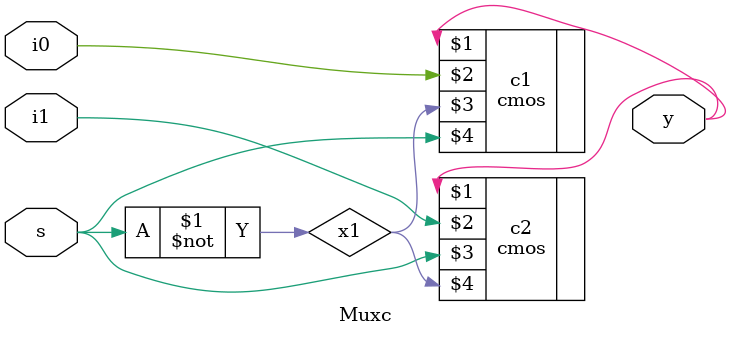
<source format=v>
module Muxc(i0,i1,s,y);
input i0,i1,s;
output y;
wire x1;
not h1(x1,s);
cmos c1(y,i0,x1,s);
cmos c2(y,i1,s,x1);
endmodule



</source>
